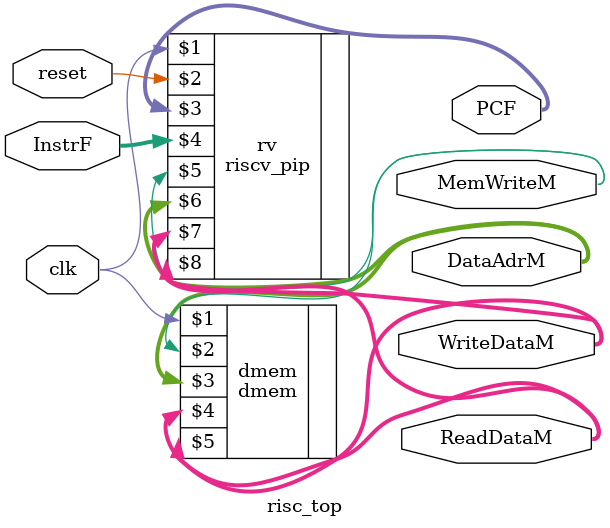
<source format=sv>
module risc_top (input  logic 	    clk, reset, 
            input  logic [31:0]     InstrF , 
            output logic [31:0]     PCF ,	        		
            output logic [31:0]     WriteDataM, DataAdrM, ReadDataM,
	    output logic 	    MemWriteM);
            
	
// instantiate processor and memories

	riscv_pip rv( clk, reset, PCF, InstrF, MemWriteM, DataAdrM, WriteDataM, ReadDataM);
	dmem dmem(clk, MemWriteM, DataAdrM, WriteDataM, ReadDataM);
endmodule

</source>
